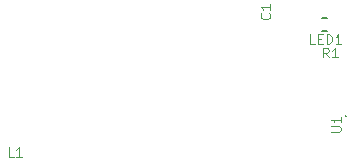
<source format=gbr>
%TF.GenerationSoftware,KiCad,Pcbnew,9.0.6*%
%TF.CreationDate,2025-11-25T14:35:56-05:00*%
%TF.ProjectId,Badge_NFC,42616467-655f-44e4-9643-2e6b69636164,rev?*%
%TF.SameCoordinates,Original*%
%TF.FileFunction,Legend,Top*%
%TF.FilePolarity,Positive*%
%FSLAX46Y46*%
G04 Gerber Fmt 4.6, Leading zero omitted, Abs format (unit mm)*
G04 Created by KiCad (PCBNEW 9.0.6) date 2025-11-25 14:35:56*
%MOMM*%
%LPD*%
G01*
G04 APERTURE LIST*
%ADD10C,0.100000*%
%ADD11C,0.200000*%
%ADD12C,0.152400*%
G04 APERTURE END LIST*
D10*
X113268406Y-101413500D02*
X113916025Y-101413500D01*
X113916025Y-101413500D02*
X113992215Y-101375405D01*
X113992215Y-101375405D02*
X114030311Y-101337310D01*
X114030311Y-101337310D02*
X114068406Y-101261119D01*
X114068406Y-101261119D02*
X114068406Y-101108738D01*
X114068406Y-101108738D02*
X114030311Y-101032548D01*
X114030311Y-101032548D02*
X113992215Y-100994453D01*
X113992215Y-100994453D02*
X113916025Y-100956357D01*
X113916025Y-100956357D02*
X113268406Y-100956357D01*
X114068406Y-100156358D02*
X114068406Y-100613501D01*
X114068406Y-100384929D02*
X113268406Y-100384929D01*
X113268406Y-100384929D02*
X113382691Y-100461120D01*
X113382691Y-100461120D02*
X113458882Y-100537310D01*
X113458882Y-100537310D02*
X113496977Y-100613501D01*
X86366666Y-103519895D02*
X85985714Y-103519895D01*
X85985714Y-103519895D02*
X85985714Y-102719895D01*
X87052380Y-103519895D02*
X86595237Y-103519895D01*
X86823809Y-103519895D02*
X86823809Y-102719895D01*
X86823809Y-102719895D02*
X86747618Y-102834180D01*
X86747618Y-102834180D02*
X86671428Y-102910371D01*
X86671428Y-102910371D02*
X86595237Y-102948466D01*
X113035037Y-95112886D02*
X112768370Y-94731933D01*
X112577894Y-95112886D02*
X112577894Y-94312886D01*
X112577894Y-94312886D02*
X112882656Y-94312886D01*
X112882656Y-94312886D02*
X112958846Y-94350981D01*
X112958846Y-94350981D02*
X112996941Y-94389076D01*
X112996941Y-94389076D02*
X113035037Y-94465267D01*
X113035037Y-94465267D02*
X113035037Y-94579552D01*
X113035037Y-94579552D02*
X112996941Y-94655743D01*
X112996941Y-94655743D02*
X112958846Y-94693838D01*
X112958846Y-94693838D02*
X112882656Y-94731933D01*
X112882656Y-94731933D02*
X112577894Y-94731933D01*
X113796941Y-95112886D02*
X113339798Y-95112886D01*
X113568370Y-95112886D02*
X113568370Y-94312886D01*
X113568370Y-94312886D02*
X113492179Y-94427171D01*
X113492179Y-94427171D02*
X113415989Y-94503362D01*
X113415989Y-94503362D02*
X113339798Y-94541457D01*
X108001082Y-91403600D02*
X108039178Y-91441696D01*
X108039178Y-91441696D02*
X108077273Y-91555981D01*
X108077273Y-91555981D02*
X108077273Y-91632172D01*
X108077273Y-91632172D02*
X108039178Y-91746458D01*
X108039178Y-91746458D02*
X107962987Y-91822648D01*
X107962987Y-91822648D02*
X107886797Y-91860743D01*
X107886797Y-91860743D02*
X107734416Y-91898839D01*
X107734416Y-91898839D02*
X107620130Y-91898839D01*
X107620130Y-91898839D02*
X107467749Y-91860743D01*
X107467749Y-91860743D02*
X107391558Y-91822648D01*
X107391558Y-91822648D02*
X107315368Y-91746458D01*
X107315368Y-91746458D02*
X107277273Y-91632172D01*
X107277273Y-91632172D02*
X107277273Y-91555981D01*
X107277273Y-91555981D02*
X107315368Y-91441696D01*
X107315368Y-91441696D02*
X107353463Y-91403600D01*
X108077273Y-90641696D02*
X108077273Y-91098839D01*
X108077273Y-90870267D02*
X107277273Y-90870267D01*
X107277273Y-90870267D02*
X107391558Y-90946458D01*
X107391558Y-90946458D02*
X107467749Y-91022648D01*
X107467749Y-91022648D02*
X107505844Y-91098839D01*
X111882518Y-93966245D02*
X111501566Y-93966245D01*
X111501566Y-93966245D02*
X111501566Y-93166245D01*
X112149185Y-93547197D02*
X112415851Y-93547197D01*
X112530137Y-93966245D02*
X112149185Y-93966245D01*
X112149185Y-93966245D02*
X112149185Y-93166245D01*
X112149185Y-93166245D02*
X112530137Y-93166245D01*
X112872995Y-93966245D02*
X112872995Y-93166245D01*
X112872995Y-93166245D02*
X113063471Y-93166245D01*
X113063471Y-93166245D02*
X113177757Y-93204340D01*
X113177757Y-93204340D02*
X113253947Y-93280530D01*
X113253947Y-93280530D02*
X113292042Y-93356721D01*
X113292042Y-93356721D02*
X113330138Y-93509102D01*
X113330138Y-93509102D02*
X113330138Y-93623388D01*
X113330138Y-93623388D02*
X113292042Y-93775769D01*
X113292042Y-93775769D02*
X113253947Y-93851959D01*
X113253947Y-93851959D02*
X113177757Y-93928150D01*
X113177757Y-93928150D02*
X113063471Y-93966245D01*
X113063471Y-93966245D02*
X112872995Y-93966245D01*
X114092042Y-93966245D02*
X113634899Y-93966245D01*
X113863471Y-93966245D02*
X113863471Y-93166245D01*
X113863471Y-93166245D02*
X113787280Y-93280530D01*
X113787280Y-93280530D02*
X113711090Y-93356721D01*
X113711090Y-93356721D02*
X113634899Y-93394816D01*
D11*
%TO.C,U1*%
X114520000Y-100095000D02*
G75*
G02*
X114480000Y-100095000I-20000J0D01*
G01*
X114480000Y-100095000D02*
G75*
G02*
X114520000Y-100095000I20000J0D01*
G01*
D12*
%TO.C,LED1*%
X112862250Y-91792100D02*
X112486750Y-91792100D01*
X112486750Y-92858900D02*
X112862250Y-92858900D01*
%TD*%
M02*

</source>
